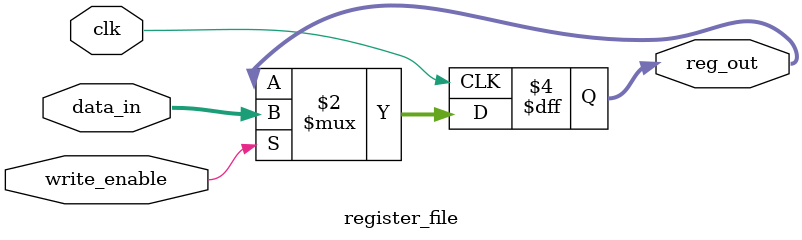
<source format=v>
module register_file(
    input write_enable,
    input clk,
    input [15:0] data_in,
    output reg [15:0] reg_out
);

// Escrita síncrona
	integer i;
	always @(posedge clk) begin
      		if(write_enable) 
      			reg_out <= data_in;
	end
endmodule



</source>
